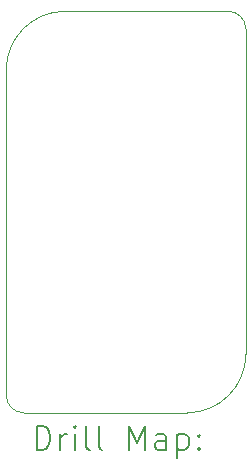
<source format=gbr>
%TF.GenerationSoftware,KiCad,Pcbnew,8.0.6*%
%TF.CreationDate,2024-11-06T21:47:23-05:00*%
%TF.ProjectId,VGA Input Board,56474120-496e-4707-9574-20426f617264,rev?*%
%TF.SameCoordinates,Original*%
%TF.FileFunction,Drillmap*%
%TF.FilePolarity,Positive*%
%FSLAX45Y45*%
G04 Gerber Fmt 4.5, Leading zero omitted, Abs format (unit mm)*
G04 Created by KiCad (PCBNEW 8.0.6) date 2024-11-06 21:47:23*
%MOMM*%
%LPD*%
G01*
G04 APERTURE LIST*
%ADD10C,0.020000*%
%ADD11C,0.200000*%
G04 APERTURE END LIST*
D10*
X14858000Y-11602000D02*
G75*
G02*
X14708010Y-11451953I50J150040D01*
G01*
X16738000Y-11102000D02*
G75*
G02*
X16237990Y-11602010I-500010J0D01*
G01*
X15208000Y-8202000D02*
X16588000Y-8202000D01*
X14708000Y-8702000D02*
X14708000Y-11452000D01*
X16738000Y-11102000D02*
X16738000Y-8352000D01*
X16588000Y-8202046D02*
G75*
G02*
X16738004Y-8352000I0J-150004D01*
G01*
X14858000Y-11602000D02*
X16238000Y-11602000D01*
X14708000Y-8702000D02*
G75*
G02*
X15208010Y-8201990I500010J0D01*
G01*
D11*
X14967777Y-11914494D02*
X14967777Y-11714494D01*
X14967777Y-11714494D02*
X15015396Y-11714494D01*
X15015396Y-11714494D02*
X15043967Y-11724017D01*
X15043967Y-11724017D02*
X15063015Y-11743065D01*
X15063015Y-11743065D02*
X15072539Y-11762113D01*
X15072539Y-11762113D02*
X15082062Y-11800208D01*
X15082062Y-11800208D02*
X15082062Y-11828779D01*
X15082062Y-11828779D02*
X15072539Y-11866875D01*
X15072539Y-11866875D02*
X15063015Y-11885922D01*
X15063015Y-11885922D02*
X15043967Y-11904970D01*
X15043967Y-11904970D02*
X15015396Y-11914494D01*
X15015396Y-11914494D02*
X14967777Y-11914494D01*
X15167777Y-11914494D02*
X15167777Y-11781160D01*
X15167777Y-11819256D02*
X15177301Y-11800208D01*
X15177301Y-11800208D02*
X15186824Y-11790684D01*
X15186824Y-11790684D02*
X15205872Y-11781160D01*
X15205872Y-11781160D02*
X15224920Y-11781160D01*
X15291586Y-11914494D02*
X15291586Y-11781160D01*
X15291586Y-11714494D02*
X15282062Y-11724017D01*
X15282062Y-11724017D02*
X15291586Y-11733541D01*
X15291586Y-11733541D02*
X15301110Y-11724017D01*
X15301110Y-11724017D02*
X15291586Y-11714494D01*
X15291586Y-11714494D02*
X15291586Y-11733541D01*
X15415396Y-11914494D02*
X15396348Y-11904970D01*
X15396348Y-11904970D02*
X15386824Y-11885922D01*
X15386824Y-11885922D02*
X15386824Y-11714494D01*
X15520158Y-11914494D02*
X15501110Y-11904970D01*
X15501110Y-11904970D02*
X15491586Y-11885922D01*
X15491586Y-11885922D02*
X15491586Y-11714494D01*
X15748729Y-11914494D02*
X15748729Y-11714494D01*
X15748729Y-11714494D02*
X15815396Y-11857351D01*
X15815396Y-11857351D02*
X15882062Y-11714494D01*
X15882062Y-11714494D02*
X15882062Y-11914494D01*
X16063015Y-11914494D02*
X16063015Y-11809732D01*
X16063015Y-11809732D02*
X16053491Y-11790684D01*
X16053491Y-11790684D02*
X16034443Y-11781160D01*
X16034443Y-11781160D02*
X15996348Y-11781160D01*
X15996348Y-11781160D02*
X15977301Y-11790684D01*
X16063015Y-11904970D02*
X16043967Y-11914494D01*
X16043967Y-11914494D02*
X15996348Y-11914494D01*
X15996348Y-11914494D02*
X15977301Y-11904970D01*
X15977301Y-11904970D02*
X15967777Y-11885922D01*
X15967777Y-11885922D02*
X15967777Y-11866875D01*
X15967777Y-11866875D02*
X15977301Y-11847827D01*
X15977301Y-11847827D02*
X15996348Y-11838303D01*
X15996348Y-11838303D02*
X16043967Y-11838303D01*
X16043967Y-11838303D02*
X16063015Y-11828779D01*
X16158253Y-11781160D02*
X16158253Y-11981160D01*
X16158253Y-11790684D02*
X16177301Y-11781160D01*
X16177301Y-11781160D02*
X16215396Y-11781160D01*
X16215396Y-11781160D02*
X16234443Y-11790684D01*
X16234443Y-11790684D02*
X16243967Y-11800208D01*
X16243967Y-11800208D02*
X16253491Y-11819256D01*
X16253491Y-11819256D02*
X16253491Y-11876398D01*
X16253491Y-11876398D02*
X16243967Y-11895446D01*
X16243967Y-11895446D02*
X16234443Y-11904970D01*
X16234443Y-11904970D02*
X16215396Y-11914494D01*
X16215396Y-11914494D02*
X16177301Y-11914494D01*
X16177301Y-11914494D02*
X16158253Y-11904970D01*
X16339205Y-11895446D02*
X16348729Y-11904970D01*
X16348729Y-11904970D02*
X16339205Y-11914494D01*
X16339205Y-11914494D02*
X16329682Y-11904970D01*
X16329682Y-11904970D02*
X16339205Y-11895446D01*
X16339205Y-11895446D02*
X16339205Y-11914494D01*
X16339205Y-11790684D02*
X16348729Y-11800208D01*
X16348729Y-11800208D02*
X16339205Y-11809732D01*
X16339205Y-11809732D02*
X16329682Y-11800208D01*
X16329682Y-11800208D02*
X16339205Y-11790684D01*
X16339205Y-11790684D02*
X16339205Y-11809732D01*
M02*

</source>
